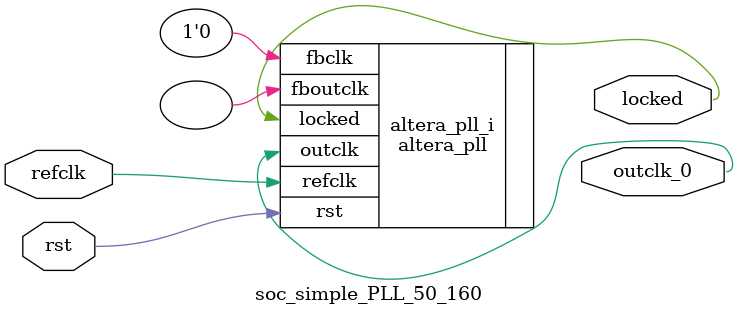
<source format=v>
`timescale 1ns/10ps
module  soc_simple_PLL_50_160(

	// interface 'refclk'
	input wire refclk,

	// interface 'reset'
	input wire rst,

	// interface 'outclk0'
	output wire outclk_0,

	// interface 'locked'
	output wire locked
);

	altera_pll #(
		.fractional_vco_multiplier("false"),
		.reference_clock_frequency("50.0 MHz"),
		.operation_mode("direct"),
		.number_of_clocks(1),
		.output_clock_frequency0("160.000000 MHz"),
		.phase_shift0("0 ps"),
		.duty_cycle0(50),
		.output_clock_frequency1("0 MHz"),
		.phase_shift1("0 ps"),
		.duty_cycle1(50),
		.output_clock_frequency2("0 MHz"),
		.phase_shift2("0 ps"),
		.duty_cycle2(50),
		.output_clock_frequency3("0 MHz"),
		.phase_shift3("0 ps"),
		.duty_cycle3(50),
		.output_clock_frequency4("0 MHz"),
		.phase_shift4("0 ps"),
		.duty_cycle4(50),
		.output_clock_frequency5("0 MHz"),
		.phase_shift5("0 ps"),
		.duty_cycle5(50),
		.output_clock_frequency6("0 MHz"),
		.phase_shift6("0 ps"),
		.duty_cycle6(50),
		.output_clock_frequency7("0 MHz"),
		.phase_shift7("0 ps"),
		.duty_cycle7(50),
		.output_clock_frequency8("0 MHz"),
		.phase_shift8("0 ps"),
		.duty_cycle8(50),
		.output_clock_frequency9("0 MHz"),
		.phase_shift9("0 ps"),
		.duty_cycle9(50),
		.output_clock_frequency10("0 MHz"),
		.phase_shift10("0 ps"),
		.duty_cycle10(50),
		.output_clock_frequency11("0 MHz"),
		.phase_shift11("0 ps"),
		.duty_cycle11(50),
		.output_clock_frequency12("0 MHz"),
		.phase_shift12("0 ps"),
		.duty_cycle12(50),
		.output_clock_frequency13("0 MHz"),
		.phase_shift13("0 ps"),
		.duty_cycle13(50),
		.output_clock_frequency14("0 MHz"),
		.phase_shift14("0 ps"),
		.duty_cycle14(50),
		.output_clock_frequency15("0 MHz"),
		.phase_shift15("0 ps"),
		.duty_cycle15(50),
		.output_clock_frequency16("0 MHz"),
		.phase_shift16("0 ps"),
		.duty_cycle16(50),
		.output_clock_frequency17("0 MHz"),
		.phase_shift17("0 ps"),
		.duty_cycle17(50),
		.pll_type("General"),
		.pll_subtype("General")
	) altera_pll_i (
		.rst	(rst),
		.outclk	({outclk_0}),
		.locked	(locked),
		.fboutclk	( ),
		.fbclk	(1'b0),
		.refclk	(refclk)
	);
endmodule


</source>
